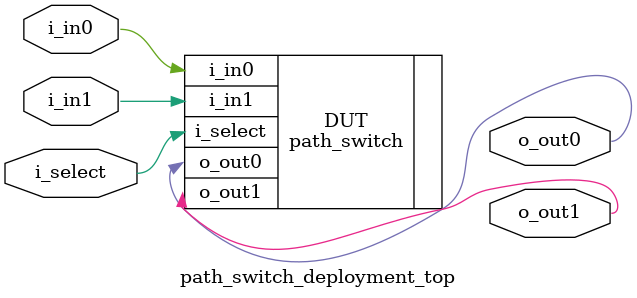
<source format=v>
`timescale 1ns / 1ps
module path_switch_deployment_top
(
    input i_select,
    input i_in0,
    input i_in1,
    output o_out0,
    output o_out1
);

    path_switch #(.VALUE_WIDTH(1)) DUT
    (
        .i_select(i_select),
        .i_in0(i_in0),
        .i_in1(i_in1),
        .o_out0(o_out0),
        .o_out1(o_out1)
    );
endmodule

</source>
